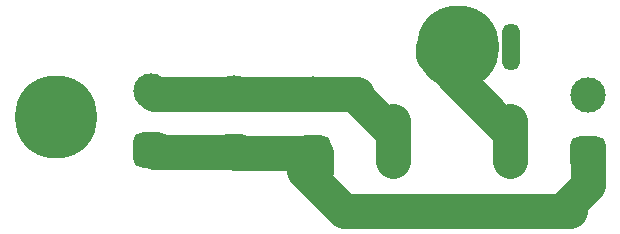
<source format=gbr>
%TF.GenerationSoftware,KiCad,Pcbnew,8.0.5*%
%TF.CreationDate,2024-12-04T12:21:55-05:00*%
%TF.ProjectId,RailsidePDB,5261696c-7369-4646-9550-44422e6b6963,rev?*%
%TF.SameCoordinates,Original*%
%TF.FileFunction,Copper,L2,Bot*%
%TF.FilePolarity,Positive*%
%FSLAX46Y46*%
G04 Gerber Fmt 4.6, Leading zero omitted, Abs format (unit mm)*
G04 Created by KiCad (PCBNEW 8.0.5) date 2024-12-04 12:21:55*
%MOMM*%
%LPD*%
G01*
G04 APERTURE LIST*
G04 Aperture macros list*
%AMRoundRect*
0 Rectangle with rounded corners*
0 $1 Rounding radius*
0 $2 $3 $4 $5 $6 $7 $8 $9 X,Y pos of 4 corners*
0 Add a 4 corners polygon primitive as box body*
4,1,4,$2,$3,$4,$5,$6,$7,$8,$9,$2,$3,0*
0 Add four circle primitives for the rounded corners*
1,1,$1+$1,$2,$3*
1,1,$1+$1,$4,$5*
1,1,$1+$1,$6,$7*
1,1,$1+$1,$8,$9*
0 Add four rect primitives between the rounded corners*
20,1,$1+$1,$2,$3,$4,$5,0*
20,1,$1+$1,$4,$5,$6,$7,0*
20,1,$1+$1,$6,$7,$8,$9,0*
20,1,$1+$1,$8,$9,$2,$3,0*%
G04 Aperture macros list end*
%TA.AperFunction,ComponentPad*%
%ADD10O,7.000000X7.000000*%
%TD*%
%TA.AperFunction,ComponentPad*%
%ADD11O,1.500000X4.000000*%
%TD*%
%TA.AperFunction,ComponentPad*%
%ADD12RoundRect,0.750000X0.750000X-0.750000X0.750000X0.750000X-0.750000X0.750000X-0.750000X-0.750000X0*%
%TD*%
%TA.AperFunction,ComponentPad*%
%ADD13C,3.000000*%
%TD*%
%TA.AperFunction,ComponentPad*%
%ADD14C,2.780000*%
%TD*%
%TA.AperFunction,Conductor*%
%ADD15C,3.000000*%
%TD*%
%TA.AperFunction,Conductor*%
%ADD16C,1.500000*%
%TD*%
G04 APERTURE END LIST*
D10*
%TO.P,,2,B*%
%TO.N,N/C*%
X63500000Y-73000000D03*
%TD*%
D11*
%TO.P,,2,B*%
%TO.N,Net-(BT4--)*%
X102000000Y-67000000D03*
%TD*%
D12*
%TO.P,BT2,1,+*%
%TO.N,Net-(BT1-+)*%
X78600000Y-75950000D03*
D13*
%TO.P,BT2,2,-*%
%TO.N,Net-(BT1--)*%
X78600000Y-70950000D03*
%TD*%
D10*
%TO.P,,2,B*%
%TO.N,N/C*%
X97500000Y-67000000D03*
%TD*%
D12*
%TO.P,BT3,1,+*%
%TO.N,Net-(BT1-+)*%
X71575000Y-75775000D03*
D13*
%TO.P,BT3,2,-*%
%TO.N,Net-(BT1--)*%
X71575000Y-70775000D03*
%TD*%
D12*
%TO.P,BT4,1,+*%
%TO.N,Net-(BT1-+)*%
X108500000Y-76110000D03*
D13*
%TO.P,BT4,2,-*%
%TO.N,Net-(BT4--)*%
X108500000Y-71110000D03*
%TD*%
D14*
%TO.P,Fuse,1*%
%TO.N,Net-(BT1--)*%
X92040000Y-73300000D03*
X92040000Y-76700000D03*
%TO.P,Fuse,2*%
%TO.N,Net-(SW1-A)*%
X101960000Y-73300000D03*
X101960000Y-76700000D03*
%TD*%
D12*
%TO.P,BT1,1,+*%
%TO.N,Net-(BT1-+)*%
X85250000Y-76000000D03*
D13*
%TO.P,BT1,2,-*%
%TO.N,Net-(BT1--)*%
X85250000Y-71000000D03*
%TD*%
D15*
%TO.N,Net-(BT1-+)*%
X87900000Y-80900000D02*
X84500000Y-77500000D01*
X71750000Y-75950000D02*
X71575000Y-75775000D01*
X108500000Y-78740000D02*
X106340000Y-80900000D01*
X85500000Y-76000000D02*
X78650000Y-76000000D01*
X107000000Y-80900000D02*
X87900000Y-80900000D01*
X85500000Y-77500000D02*
X85500000Y-76000000D01*
X78650000Y-76000000D02*
X78600000Y-75950000D01*
X108500000Y-76110000D02*
X108500000Y-78740000D01*
X78600000Y-75950000D02*
X71750000Y-75950000D01*
D16*
%TO.N,Net-(BT1--)*%
X78650000Y-71000000D02*
X78600000Y-70950000D01*
X71800000Y-71000000D02*
X71575000Y-70775000D01*
D15*
X85500000Y-71000000D02*
X71800000Y-71000000D01*
X92040000Y-73300000D02*
X92040000Y-76700000D01*
X89000000Y-71260000D02*
X89000000Y-71000000D01*
X92040000Y-74300000D02*
X89000000Y-71260000D01*
X89000000Y-71000000D02*
X84500000Y-71000000D01*
%TO.N,Net-(SW1-A)*%
X101960000Y-73300000D02*
X101960000Y-76700000D01*
X95380000Y-67720000D02*
X101960000Y-74300000D01*
X95380000Y-67000000D02*
X95380000Y-67720000D01*
%TD*%
M02*

</source>
